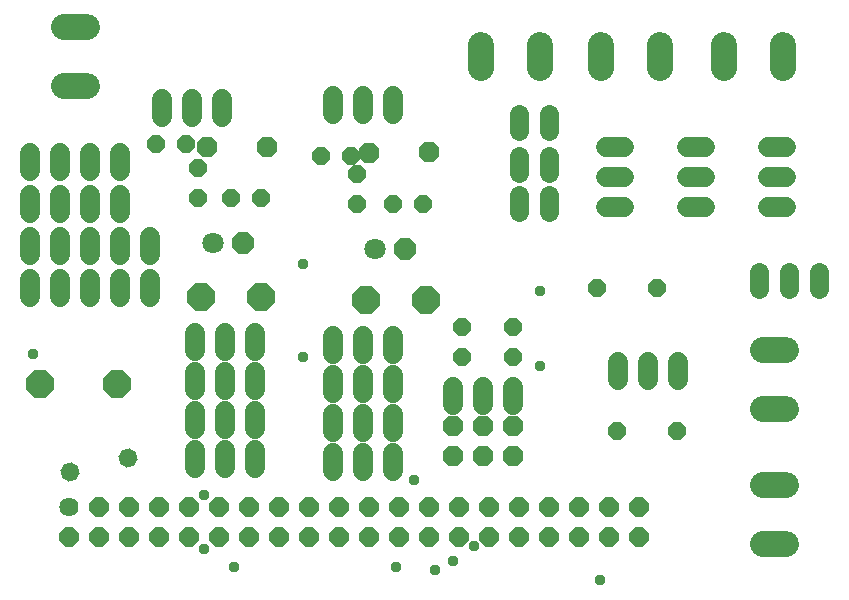
<source format=gbr>
G04 EAGLE Gerber X2 export*
%TF.Part,Single*%
%TF.FileFunction,Soldermask,Bot,1*%
%TF.FilePolarity,Negative*%
%TF.GenerationSoftware,Autodesk,EAGLE,9.0.1*%
%TF.CreationDate,2018-07-06T12:17:37Z*%
G75*
%MOMM*%
%FSLAX34Y34*%
%LPD*%
%AMOC8*
5,1,8,0,0,1.08239X$1,22.5*%
G01*
%ADD10C,1.625600*%
%ADD11P,1.759533X8X22.500000*%
%ADD12C,1.727200*%
%ADD13P,1.649562X8X202.500000*%
%ADD14C,2.184400*%
%ADD15P,1.869504X8X22.500000*%
%ADD16P,2.556822X8X22.500000*%
%ADD17P,1.649562X8X292.500000*%
%ADD18P,1.649562X8X22.500000*%
%ADD19P,1.649562X8X112.500000*%
%ADD20P,1.869504X8X202.500000*%
%ADD21P,1.951982X8X22.500000*%
%ADD22C,1.803400*%
%ADD23P,2.488090X8X202.500000*%
%ADD24P,1.869504X8X203.300000*%
%ADD25P,1.649562X8X215.700000*%
%ADD26C,1.625600*%
%ADD27C,0.959600*%


D10*
X68580Y91440D03*
D11*
X68580Y66040D03*
X93980Y91440D03*
X93980Y66040D03*
X119380Y91440D03*
X119380Y66040D03*
X144780Y91440D03*
X144780Y66040D03*
X170180Y91440D03*
X170180Y66040D03*
X195580Y91440D03*
X195580Y66040D03*
X220980Y91440D03*
X220980Y66040D03*
X246380Y91440D03*
X246380Y66040D03*
X271780Y91440D03*
X271780Y66040D03*
X297180Y91440D03*
X297180Y66040D03*
X322580Y91440D03*
X322580Y66040D03*
X347980Y91440D03*
X347980Y66040D03*
X373380Y91440D03*
X373380Y66040D03*
X398780Y91440D03*
X398780Y66040D03*
X424180Y91440D03*
X424180Y66040D03*
X449580Y91440D03*
X449580Y66040D03*
X474980Y91440D03*
X474980Y66040D03*
X500380Y91440D03*
X500380Y66040D03*
X525780Y91440D03*
X525780Y66040D03*
X551180Y91440D03*
X551180Y66040D03*
D12*
X35560Y375920D02*
X35560Y391160D01*
X60960Y391160D02*
X60960Y375920D01*
X86360Y375920D02*
X86360Y391160D01*
X111760Y391160D02*
X111760Y375920D01*
X35560Y355600D02*
X35560Y340360D01*
X60960Y340360D02*
X60960Y355600D01*
X86360Y355600D02*
X86360Y340360D01*
X111760Y340360D02*
X111760Y355600D01*
X35560Y320040D02*
X35560Y304800D01*
X60960Y304800D02*
X60960Y320040D01*
X86360Y320040D02*
X86360Y304800D01*
X111760Y304800D02*
X111760Y320040D01*
X137160Y320040D02*
X137160Y304800D01*
X35560Y284480D02*
X35560Y269240D01*
X60960Y269240D02*
X60960Y284480D01*
X86360Y284480D02*
X86360Y269240D01*
X111760Y269240D02*
X111760Y284480D01*
X137160Y284480D02*
X137160Y269240D01*
X583946Y213614D02*
X583946Y198374D01*
X558546Y198374D02*
X558546Y213614D01*
X533146Y213614D02*
X533146Y198374D01*
D13*
X583057Y155575D03*
X532257Y155575D03*
X566420Y276860D03*
X515620Y276860D03*
D14*
X655574Y59474D02*
X675386Y59474D01*
X675386Y109766D02*
X655574Y109766D01*
X655574Y173774D02*
X675386Y173774D01*
X675386Y224066D02*
X655574Y224066D01*
D15*
X393700Y134620D03*
X393700Y160020D03*
X419100Y134620D03*
X419100Y160020D03*
X444500Y134620D03*
X444500Y160020D03*
D12*
X175260Y139700D02*
X175260Y124460D01*
X200660Y124460D02*
X200660Y139700D01*
X226060Y139700D02*
X226060Y124460D01*
D16*
X43688Y195580D03*
X108712Y195580D03*
D12*
X175260Y172720D02*
X175260Y157480D01*
X200660Y157480D02*
X200660Y172720D01*
X226060Y172720D02*
X226060Y157480D01*
X175260Y190500D02*
X175260Y205740D01*
X200660Y205740D02*
X200660Y190500D01*
X226060Y190500D02*
X226060Y205740D01*
X175260Y223520D02*
X175260Y238760D01*
X200660Y238760D02*
X200660Y223520D01*
X226060Y223520D02*
X226060Y238760D01*
X292100Y137160D02*
X292100Y121920D01*
X317500Y121920D02*
X317500Y137160D01*
X342900Y137160D02*
X342900Y121920D01*
X292100Y154940D02*
X292100Y170180D01*
X317500Y170180D02*
X317500Y154940D01*
X342900Y154940D02*
X342900Y170180D01*
X292100Y187960D02*
X292100Y203200D01*
X317500Y203200D02*
X317500Y187960D01*
X342900Y187960D02*
X342900Y203200D01*
X292100Y220980D02*
X292100Y236220D01*
X317500Y236220D02*
X317500Y220980D01*
X342900Y220980D02*
X342900Y236220D01*
X660400Y345440D02*
X675640Y345440D01*
X675640Y370840D02*
X660400Y370840D01*
X660400Y396240D02*
X675640Y396240D01*
D14*
X672846Y462534D02*
X672846Y482346D01*
X622554Y482346D02*
X622554Y462534D01*
D12*
X607060Y345440D02*
X591820Y345440D01*
X591820Y370840D02*
X607060Y370840D01*
X607060Y396240D02*
X591820Y396240D01*
D14*
X568706Y462534D02*
X568706Y482346D01*
X518414Y482346D02*
X518414Y462534D01*
D12*
X523240Y345440D02*
X538480Y345440D01*
X538480Y370840D02*
X523240Y370840D01*
X523240Y396240D02*
X538480Y396240D01*
D14*
X467106Y462534D02*
X467106Y482346D01*
X416814Y482346D02*
X416814Y462534D01*
X83566Y497586D02*
X63754Y497586D01*
X63754Y447294D02*
X83566Y447294D01*
D17*
X401320Y243840D03*
X401320Y218440D03*
X444500Y243840D03*
X444500Y218440D03*
D12*
X147320Y421640D02*
X147320Y436880D01*
X172720Y436880D02*
X172720Y421640D01*
X198120Y421640D02*
X198120Y436880D01*
D18*
X142240Y398780D03*
X167640Y398780D03*
D19*
X177800Y353060D03*
X177800Y378460D03*
D13*
X231140Y353060D03*
X205740Y353060D03*
D20*
X236220Y396240D03*
X185420Y396240D03*
D21*
X215900Y314960D03*
D22*
X190500Y314960D03*
D23*
X231140Y269240D03*
X180340Y269240D03*
D12*
X292100Y424180D02*
X292100Y439420D01*
X317500Y439420D02*
X317500Y424180D01*
X342900Y424180D02*
X342900Y439420D01*
D18*
X281940Y388620D03*
X307340Y388620D03*
D19*
X312420Y347980D03*
X312420Y373380D03*
D13*
X368300Y347980D03*
X342900Y347980D03*
D24*
X373378Y391515D03*
X322582Y390805D03*
D21*
X353060Y309880D03*
D22*
X327660Y309880D03*
D23*
X370840Y266700D03*
X320040Y266700D03*
D12*
X393700Y193040D02*
X393700Y177800D01*
X419100Y177800D02*
X419100Y193040D01*
X444500Y193040D02*
X444500Y177800D01*
D25*
X118582Y132292D03*
X69124Y120692D03*
D26*
X449580Y373888D02*
X449580Y388112D01*
X474980Y388112D02*
X474980Y373888D01*
X474980Y355092D02*
X474980Y340868D01*
X449580Y340868D02*
X449580Y355092D01*
X474980Y409448D02*
X474980Y423672D01*
X449580Y423672D02*
X449580Y409448D01*
X703180Y289652D02*
X703180Y275428D01*
X677780Y275428D02*
X677780Y289652D01*
X652380Y289652D02*
X652380Y275428D01*
D27*
X266700Y297180D03*
X266700Y218440D03*
X467360Y274320D03*
X467360Y210820D03*
X360680Y114300D03*
X345440Y40640D03*
X182880Y101600D03*
X182880Y55880D03*
X518160Y29238D03*
X38100Y220980D03*
X208280Y40640D03*
X378460Y37366D03*
X393700Y45720D03*
X411480Y58420D03*
M02*

</source>
